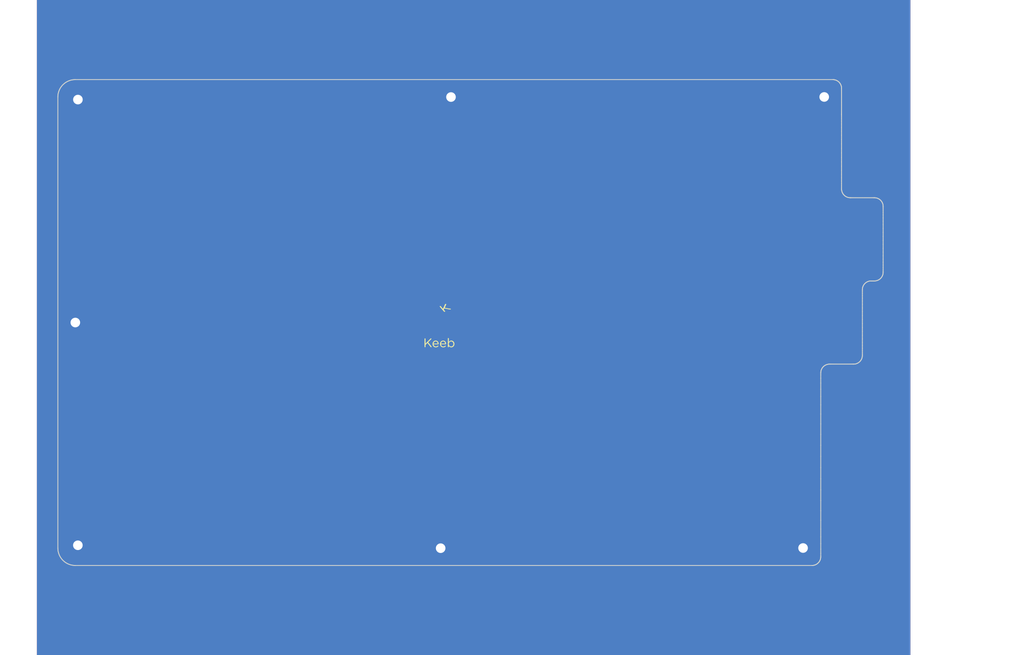
<source format=kicad_pcb>
(kicad_pcb (version 20221018) (generator pcbnew)
  (layers (0 "F.Cu" signal) (31 "B.Cu" signal) (34 "B.Paste" user) (35 "F.Paste" user) (36 "B.SilkS" user "B.Silkscreen") (37 "F.SilkS" user "F.Silkscreen") (38 "B.Mask" user) (39 "F.Mask" user) (44 "Edge.Cuts" user))
  (net 0 "")
  (net 1 "GND")
  (footprint "Keebio-Art:Keebio-TwoTone" (layer "F.Cu") (at 107.525 73.86)
    (fp_text reference "G***" hide)
    (fp_text value "LOGO" hide)
  )
  (footprint "Keebio-Parts:SolidCopper" (layer "F.Cu") (at 114.002248 75.009312)
    (fp_text reference "U3" hide)
    (fp_text value "HOLE")
    (pad "1" smd rect (at 0 0) (size 200 150) (layers "F.Cu" "F.Paste" "F.Mask"))
    (pad "1" smd rect (at 0 0) (size 200 150) (layers "B.Cu" "B.Paste" "B.Mask"))
  )
  (footprint "Mounting_Holes:MountingHole_2.2mm_M2" (layer "B.Cu") (at 194.27 22.21 180)
    (fp_text reference "REF**" hide)
    (fp_text value "MountingHole_2.2mm_M2" hide)
    (pad "" np_thru_hole circle (at 0 0 180) (size 2.2 2.2) (drill 2.2) (layers "*.Cu" "*.Mask"))
  )
  (footprint "Mounting_Holes:MountingHole_2.2mm_M2" (layer "B.Cu") (at 189.43 125.49 180)
    (fp_text reference "REF**" hide)
    (fp_text value "MountingHole_2.2mm_M2" hide)
    (pad "" np_thru_hole circle (at 0 0 180) (size 2.2 2.2) (drill 2.2) (layers "*.Cu" "*.Mask"))
  )
  (footprint "Mounting_Holes:MountingHole_2.2mm_M2" (layer "B.Cu") (at 106.445 125.53 180)
    (fp_text reference "REF**" hide)
    (fp_text value "MountingHole_2.2mm_M2" hide)
    (pad "" np_thru_hole circle (at 0 0 180) (size 2.2 2.2) (drill 2.2) (layers "*.Cu" "*.Mask"))
  )
  (footprint "Mounting_Holes:MountingHole_2.2mm_M2" (layer "B.Cu") (at 23.38 124.86 180)
    (fp_text reference "REF**" hide)
    (fp_text value "MountingHole_2.2mm_M2" hide)
    (pad "" np_thru_hole circle (at 0 0 180) (size 2.2 2.2) (drill 2.2) (layers "*.Cu" "*.Mask"))
  )
  (footprint "Mounting_Holes:MountingHole_2.2mm_M2" (layer "B.Cu") (at 22.8 73.86 180)
    (fp_text reference "REF**" hide)
    (fp_text value "MountingHole_2.2mm_M2" hide)
    (pad "" np_thru_hole circle (at 0 0 180) (size 2.2 2.2) (drill 2.2) (layers "*.Cu" "*.Mask"))
  )
  (footprint "Mounting_Holes:MountingHole_2.2mm_M2" (layer "B.Cu") (at 23.39 22.81 180)
    (fp_text reference "REF**" hide)
    (fp_text value "MountingHole_2.2mm_M2" hide)
    (pad "" np_thru_hole circle (at 0 0 180) (size 2.2 2.2) (drill 2.2) (layers "*.Cu" "*.Mask"))
  )
  (footprint "Mounting_Holes:MountingHole_2.2mm_M2" (layer "B.Cu") (at 108.815 22.23 180)
    (fp_text reference "REF**" hide)
    (fp_text value "MountingHole_2.2mm_M2" hide)
    (pad "" np_thru_hole circle (at 0 0 180) (size 2.2 2.2) (drill 2.2) (layers "*.Cu" "*.Mask"))
  )
  (gr_line (start 203.016785 66.134634) (end 203.007986 66.267644) (stroke (width 0.2)) (layer "Edge.Cuts"))
  (gr_line (start 19.409287 20.102659) (end 19.307135 20.273775) (stroke (width 0.2)) (layer "Edge.Cuts"))
  (gr_line (start 198.807911 44.676894) (end 198.897906 44.76413) (stroke (width 0.2)) (layer "Edge.Cuts"))
  (gr_line (start 22.581688 18.240555) (end 22.372141 18.257004) (stroke (width 0.2)) (layer "Edge.Cuts"))
  (gr_line (start 204.38673 45.285018) (end 204.673961 45.285018) (stroke (width 0.2)) (layer "Edge.Cuts"))
  (gr_line (start 198.244115 26.060345) (end 198.244115 26.170299) (stroke (width 0.2)) (layer "Edge.Cuts"))
  (gr_line (start 204.740908 64.352545) (end 204.611769 64.374035) (stroke (width 0.2)) (layer "Edge.Cuts"))
  (gr_line (start 203.370754 65.18445) (end 203.301551 65.289536) (stroke (width 0.2)) (layer "Edge.Cuts"))
  (gr_line (start 194.090223 83.948814) (end 194.002988 84.038809) (stroke (width 0.2)) (layer "Edge.Cuts"))
  (gr_line (start 196.856989 18.330665) (end 196.759373 18.302013) (stroke (width 0.2)) (layer "Edge.Cuts"))
  (gr_line (start 203.134485 65.630497) (end 203.093245 65.751786) (stroke (width 0.2)) (layer "Edge.Cuts"))
  (gr_line (start 207.769352 59.351335) (end 207.769352 60.069239) (stroke (width 0.2)) (layer "Edge.Cuts"))
  (gr_line (start 193.456583 127.799178) (end 193.470123 127.695986) (stroke (width 0.2)) (layer "Edge.Cuts"))
  (gr_line (start 198.57259 44.383604) (end 198.644973 44.486351) (stroke (width 0.2)) (layer "Edge.Cuts"))
  (gr_line (start 205.038357 64.335018) (end 205.021273 64.335018) (stroke (width 0.2)) (layer "Edge.Cuts"))
  (gr_line (start 201.207236 83.375105) (end 201.074225 83.383905) (stroke (width 0.2)) (layer "Edge.Cuts"))
  (gr_line (start 20.496331 18.96044) (end 20.336797 19.078596) (stroke (width 0.2)) (layer "Edge.Cuts"))
  (gr_line (start 198.244115 25.463652) (end 198.244115 25.702125) (stroke (width 0.2)) (layer "Edge.Cuts"))
  (gr_line (start 200.2966 83.385018) (end 200.046586 83.385018) (stroke (width 0.2)) (layer "Edge.Cuts"))
  (gr_line (start 195.482096 83.385018) (end 195.347935 83.389446) (stroke (width 0.2)) (layer "Edge.Cuts"))
  (gr_line (start 19.128358 127.088137) (end 19.2134 127.269729) (stroke (width 0.2)) (layer "Edge.Cuts"))
  (gr_line (start 201.590085 83.298644) (end 201.465446 83.332195) (stroke (width 0.2)) (layer "Edge.Cuts"))
  (gr_line (start 193.714156 84.449092) (end 193.658374 84.56284) (stroke (width 0.2)) (layer "Edge.Cuts"))
  (gr_line (start 198.244115 26.170299) (end 198.244115 26.227623) (stroke (width 0.2)) (layer "Edge.Cuts"))
  (gr_line (start 203.091281 45.285018) (end 203.428105 45.285018) (stroke (width 0.2)) (layer "Edge.Cuts"))
  (gr_line (start 207.700733 62.856311) (end 207.663301 62.979311) (stroke (width 0.2)) (layer "Edge.Cuts"))
  (gr_line (start 200.516183 83.385018) (end 200.2966 83.385018) (stroke (width 0.2)) (layer "Edge.Cuts"))
  (gr_line (start 192.630015 129.122282) (end 192.709783 129.063203) (stroke (width 0.2)) (layer "Edge.Cuts"))
  (gr_line (start 198.244115 36.060332) (end 198.244115 37.082325) (stroke (width 0.2)) (layer "Edge.Cuts"))
  (gr_line (start 19.896532 128.242518) (end 20.036621 128.382609) (stroke (width 0.2)) (layer "Edge.Cuts"))
  (gr_line (start 198.244115 43.28501) (end 198.248543 43.419171) (stroke (width 0.2)) (layer "Edge.Cuts"))
  (gr_line (start 198.244115 42.962703) (end 198.244115 43.202115) (stroke (width 0.2)) (layer "Edge.Cuts"))
  (gr_line (start 198.244115 21.736417) (end 198.244115 22.069136) (stroke (width 0.2)) (layer "Edge.Cuts"))
  (gr_line (start 193.921484 84.134114) (end 193.845991 84.23445) (stroke (width 0.2)) (layer "Edge.Cuts"))
  (gr_line (start 199.539595 45.157403) (end 199.660883 45.198644) (stroke (width 0.2)) (layer "Edge.Cuts"))
  (gr_line (start 207.71653 46.826425) (end 207.74211 46.954134) (stroke (width 0.2)) (layer "Edge.Cuts"))
  (gr_line (start 195.71032 83.385018) (end 195.586534 83.385018) (stroke (width 0.2)) (layer "Edge.Cuts"))
  (gr_line (start 204.611769 64.374035) (end 204.48556 64.403635) (stroke (width 0.2)) (layer "Edge.Cuts"))
  (gr_line (start 193.48211 125.745874) (end 193.48211 126.689151) (stroke (width 0.2)) (layer "Edge.Cuts"))
  (gr_line (start 207.769352 51.462583) (end 207.769352 52.318643) (stroke (width 0.2)) (layer "Edge.Cuts"))
  (gr_line (start 199.421937 45.10875) (end 199.539595 45.157403) (stroke (width 0.2)) (layer "Edge.Cuts"))
  (gr_line (start 198.723507 44.584208) (end 198.807911 44.676894) (stroke (width 0.2)) (layer "Edge.Cuts"))
  (gr_line (start 19.409287 127.617339) (end 19.519579 127.782804) (stroke (width 0.2)) (layer "Edge.Cuts"))
  (gr_line (start 22.372141 129.463009) (end 22.581688 129.479458) (stroke (width 0.2)) (layer "Edge.Cuts"))
  (gr_line (start 193.483223 85.317644) (end 193.48211 85.43689) (stroke (width 0.2)) (layer "Edge.Cuts"))
  (gr_line (start 198.244115 41.444494) (end 198.244115 42.06998) (stroke (width 0.2)) (layer "Edge.Cuts"))
  (gr_line (start 198.244115 22.069136) (end 198.244115 22.417768) (stroke (width 0.2)) (layer "Edge.Cuts"))
  (gr_line (start 198.219579 19.920815) (end 198.200864 19.819344) (stroke (width 0.2)) (layer "Edge.Cuts"))
  (gr_line (start 198.244115 28.426971) (end 198.244115 29.198539) (stroke (width 0.2)) (layer "Edge.Cuts"))
  (gr_line (start 198.350163 43.929311) (end 198.395144 44.048819) (stroke (width 0.2)) (layer "Edge.Cuts"))
  (gr_line (start 207.618319 63.098819) (end 207.566067 63.214558) (stroke (width 0.2)) (layer "Edge.Cuts"))
  (gr_line (start 200.550164 45.285018) (end 200.734825 45.285018) (stroke (width 0.2)) (layer "Edge.Cuts"))
  (gr_line (start 198.244115 20.234996) (end 198.244115 20.264168) (stroke (width 0.2)) (layer "Edge.Cuts"))
  (gr_line (start 207.769352 58.568959) (end 207.769352 59.351335) (stroke (width 0.2)) (layer "Edge.Cuts"))
  (gr_line (start 207.368485 63.536351) (end 207.28995 63.634208) (stroke (width 0.2)) (layer "Edge.Cuts"))
  (gr_line (start 207.44087 63.433604) (end 207.368485 63.536351) (stroke (width 0.2)) (layer "Edge.Cuts"))
  (gr_line (start 202.418759 45.285018) (end 202.753329 45.285018) (stroke (width 0.2)) (layer "Edge.Cuts"))
  (gr_line (start 206.533154 45.436047) (end 206.648892 45.488298) (stroke (width 0.2)) (layer "Edge.Cuts"))
  (gr_line (start 192.996447 128.790332) (end 193.05932 128.713667) (stroke (width 0.2)) (layer "Edge.Cuts"))
  (gr_line (start 198.244115 33.978084) (end 198.244115 35.020947) (stroke (width 0.2)) (layer "Edge.Cuts"))
  (gr_line (start 203.006873 71.368643) (end 203.006873 72.258475) (stroke (width 0.2)) (layer "Edge.Cuts"))
  (gr_line (start 207.769352 47.447337) (end 207.769352 47.723139) (stroke (width 0.2)) (layer "Edge.Cuts"))
  (gr_line (start 207.769352 56.859908) (end 207.769352 57.734389) (stroke (width 0.2)) (layer "Edge.Cuts"))
  (gr_line (start 207.769352 62.261838) (end 207.769352 62.33501) (stroke (width 0.2)) (layer "Edge.Cuts"))
  (gr_line (start 205.42307 64.335018) (end 205.376433 64.335018) (stroke (width 0.2)) (layer "Edge.Cuts"))
  (gr_line (start 204.48556 64.403635) (end 204.362561 64.441065) (stroke (width 0.2)) (layer "Edge.Cuts"))
  (gr_line (start 191.996378 129.417999) (end 192.093994 129.389346) (stroke (width 0.2)) (layer "Edge.Cuts"))
  (gr_line (start 206.76058 45.54754) (end 206.867938 45.613493) (stroke (width 0.2)) (layer "Edge.Cuts"))
  (gr_line (start 203.759294 45.285018) (end 204.080338 45.285018) (stroke (width 0.2)) (layer "Edge.Cuts"))
  (gr_line (start 207.769352 60.710389) (end 207.769352 61.262504) (stroke (width 0.2)) (layer "Edge.Cuts"))
  (gr_line (start 19.763478 128.09567) (end 19.896532 128.242518) (stroke (width 0.2)) (layer "Edge.Cuts"))
  (gr_line (start 207.769352 62.05051) (end 207.769352 62.261838) (stroke (width 0.2)) (layer "Edge.Cuts"))
  (gr_line (start 198.244115 20.234996) (end 198.241343 20.128779) (stroke (width 0.2)) (layer "Edge.Cuts"))
  (gr_line (start 205.3756 45.285018) (end 205.541101 45.285018) (stroke (width 0.2)) (layer "Edge.Cuts"))
  (gr_line (start 198.248543 43.419171) (end 198.261643 43.550961) (stroke (width 0.2)) (layer "Edge.Cuts"))
  (gr_line (start 193.48211 122.940377) (end 193.48211 124.484831) (stroke (width 0.2)) (layer "Edge.Cuts"))
  (gr_line (start 204.362561 64.441065) (end 204.243053 64.486047) (stroke (width 0.2)) (layer "Edge.Cuts"))
  (gr_line (start 205.089168 64.335018) (end 205.061196 64.335018) (stroke (width 0.2)) (layer "Edge.Cuts"))
  (gr_line (start 198.244115 39.018491) (end 198.244115 39.904837) (stroke (width 0.2)) (layer "Edge.Cuts"))
  (gr_line (start 19.2134 127.269729) (end 19.307135 127.446222) (stroke (width 0.2)) (layer "Edge.Cuts"))
  (gr_line (start 198.497852 83.385018) (end 198.15993 83.385018) (stroke (width 0.2)) (layer "Edge.Cuts"))
  (gr_line (start 203.527751 64.988809) (end 203.446247 65.084114) (stroke (width 0.2)) (layer "Edge.Cuts"))
  (gr_line (start 20.336797 19.078596) (end 20.183468 19.20434) (stroke (width 0.2)) (layer "Edge.Cuts"))
  (gr_line (start 196.577385 83.385018) (end 196.313847 83.385018) (stroke (width 0.2)) (layer "Edge.Cuts"))
  (gr_line (start 18.98546 126.710759) (end 19.052286 126.901721) (stroke (width 0.2)) (layer "Edge.Cuts"))
  (gr_line (start 18.816145 21.813019) (end 18.799695 22.022567) (stroke (width 0.2)) (layer "Edge.Cuts"))
  (gr_line (start 206.413645 45.391065) (end 206.533154 45.436047) (stroke (width 0.2)) (layer "Edge.Cuts"))
  (gr_line (start 198.244115 38.073016) (end 198.244115 39.018491) (stroke (width 0.2)) (layer "Edge.Cuts"))
  (gr_line (start 207.769352 55.957795) (end 207.769352 56.859908) (stroke (width 0.2)) (layer "Edge.Cuts"))
  (gr_line (start 198.312732 43.806311) (end 198.350163 43.929311) (stroke (width 0.2)) (layer "Edge.Cuts"))
  (gr_line (start 205.158022 64.335018) (end 205.121651 64.335018) (stroke (width 0.2)) (layer "Edge.Cuts"))
  (gr_line (start 205.121651 64.335018) (end 205.089168 64.335018) (stroke (width 0.2)) (layer "Edge.Cuts"))
  (gr_line (start 196.55829 18.259546) (end 196.455098 18.246007) (stroke (width 0.2)) (layer "Edge.Cuts"))
  (gr_line (start 199.198633 44.990334) (end 199.30819 45.052967) (stroke (width 0.2)) (layer "Edge.Cuts"))
  (gr_line (start 192.786449 129.00033) (end 192.859873 128.933802) (stroke (width 0.2)) (layer "Edge.Cuts"))
  (gr_line (start 20.183468 19.20434) (end 20.036621 19.337395) (stroke (width 0.2)) (layer "Edge.Cuts"))
  (gr_line (start 207.769352 60.069239) (end 207.769352 60.710389) (stroke (width 0.2)) (layer "Edge.Cuts"))
  (gr_line (start 198.244115 42.580687) (end 198.244115 42.962703) (stroke (width 0.2)) (layer "Edge.Cuts"))
  (gr_line (start 193.568481 84.801786) (end 193.534931 84.926425) (stroke (width 0.2)) (layer "Edge.Cuts"))
  (gr_line (start 201.337736 83.357776) (end 201.207236 83.375105) (stroke (width 0.2)) (layer "Edge.Cuts"))
  (gr_line (start 203.006873 80.763305) (end 203.006873 81.10051) (stroke (width 0.2)) (layer "Edge.Cuts"))
  (gr_line (start 205.836704 64.333905) (end 205.768405 64.335018) (stroke (width 0.2)) (layer "Edge.Cuts"))
  (gr_line (start 194.490865 83.64754) (end 194.383509 83.713493) (stroke (width 0.2)) (layer "Edge.Cuts"))
  (gr_line (start 204.673961 45.285018) (end 204.937522 45.285018) (stroke (width 0.2)) (layer "Edge.Cuts"))
  (gr_line (start 192.282682 129.317896) (end 192.373478 129.275374) (stroke (width 0.2)) (layer "Edge.Cuts"))
  (gr_line (start 194.002988 84.038809) (end 193.921484 84.134114) (stroke (width 0.2)) (layer "Edge.Cuts"))
  (gr_line (start 202.855841 82.148819) (end 202.803588 82.264558) (stroke (width 0.2)) (layer "Edge.Cuts"))
  (gr_line (start 203.006873 68.9509) (end 203.006873 69.702575) (stroke (width 0.2)) (layer "Edge.Cuts"))
  (gr_line (start 194.383509 83.713493) (end 194.280763 83.785876) (stroke (width 0.2)) (layer "Edge.Cuts"))
  (gr_line (start 207.474668 46.239536) (end 207.537301 46.349092) (stroke (width 0.2)) (layer "Edge.Cuts"))
  (gr_line (start 198.115045 19.526637) (end 198.077008 19.43343) (stroke (width 0.2)) (layer "Edge.Cuts"))
  (gr_line (start 207.537301 46.349092) (end 207.593084 46.46284) (stroke (width 0.2)) (layer "Edge.Cuts"))
  (gr_line (start 194.280763 83.785876) (end 194.182908 83.86441) (stroke (width 0.2)) (layer "Edge.Cuts"))
  (gr_line (start 203.006873 78.401335) (end 203.006873 79.119239) (stroke (width 0.2)) (layer "Edge.Cuts"))
  (gr_line (start 203.908272 64.663493) (end 203.805526 64.735876) (stroke (width 0.2)) (layer "Edge.Cuts"))
  (gr_line (start 193.776788 84.339536) (end 193.714156 84.449092) (stroke (width 0.2)) (layer "Edge.Cuts"))
  (gr_line (start 200.700829 83.385018) (end 200.516183 83.385018) (stroke (width 0.2)) (layer "Edge.Cuts"))
  (gr_line (start 207.329969 46.034114) (end 207.405464 46.13445) (stroke (width 0.2)) (layer "Edge.Cuts"))
  (gr_line (start 191.481113 129.485003) (end 191.58733 129.482231) (stroke (width 0.2)) (layer "Edge.Cuts"))
  (gr_line (start 198.244115 20.348419) (end 198.244115 20.482853) (stroke (width 0.2)) (layer "Edge.Cuts"))
  (gr_line (start 198.077008 19.43343) (end 198.034486 19.342635) (stroke (width 0.2)) (layer "Edge.Cuts"))
  (gr_line (start 193.48211 104.504252) (end 193.48211 107.079298) (stroke (width 0.2)) (layer "Edge.Cuts"))
  (gr_line (start 205.376433 64.335018) (end 205.329951 64.335018) (stroke (width 0.2)) (layer "Edge.Cuts"))
  (gr_line (start 19.307135 20.273775) (end 19.2134 20.450267) (stroke (width 0.2)) (layer "Edge.Cuts"))
  (gr_line (start 203.006873 81.38501) (end 203.002445 81.519171) (stroke (width 0.2)) (layer "Edge.Cuts"))
  (gr_line (start 203.006873 66.773139) (end 203.006873 67.168677) (stroke (width 0.2)) (layer "Edge.Cuts"))
  (gr_line (start 206.919905 63.97113) (end 206.814818 64.040334) (stroke (width 0.2)) (layer "Edge.Cuts"))
  (gr_line (start 196.759373 18.302013) (end 196.659761 18.278261) (stroke (width 0.2)) (layer "Edge.Cuts"))
  (gr_line (start 19.128358 20.631859) (end 19.052286 20.818273) (stroke (width 0.2)) (layer "Edge.Cuts"))
  (gr_line (start 207.161228 45.848814) (end 207.248464 45.938809) (stroke (width 0.2)) (layer "Edge.Cuts"))
  (gr_line (start 205.010566 64.335018) (end 205.006859 64.335018) (stroke (width 0.2)) (layer "Edge.Cuts"))
  (gr_line (start 193.48211 97.071116) (end 193.48211 99.465808) (stroke (width 0.2)) (layer "Edge.Cuts"))
  (gr_line (start 203.006873 74.090332) (end 203.006873 75.007795) (stroke (width 0.2)) (layer "Edge.Cuts"))
  (gr_line (start 197.045677 18.402114) (end 196.95247 18.364078) (stroke (width 0.2)) (layer "Edge.Cuts"))
  (gr_line (start 191.58733 129.482231) (end 191.692103 129.474006) (stroke (width 0.2)) (layer "Edge.Cuts"))
  (gr_line (start 19.763478 19.624332) (end 19.637735 19.777661) (stroke (width 0.2)) (layer "Edge.Cuts"))
  (gr_line (start 205.903505 45.289446) (end 206.035296 45.302545) (stroke (width 0.2)) (layer "Edge.Cuts"))
  (gr_line (start 203.006873 76.784389) (end 203.006873 77.618959) (stroke (width 0.2)) (layer "Edge.Cuts"))
  (gr_line (start 18.880651 126.316301) (end 18.928156 126.515527) (stroke (width 0.2)) (layer "Edge.Cuts"))
  (gr_line (start 195.875806 83.385018) (end 195.71032 83.385018) (stroke (width 0.2)) (layer "Edge.Cuts"))
  (gr_line (start 202.678391 82.483604) (end 202.606007 82.586351) (stroke (width 0.2)) (layer "Edge.Cuts"))
  (gr_line (start 193.48211 121.146862) (end 193.48211 122.940377) (stroke (width 0.2)) (layer "Edge.Cuts"))
  (gr_line (start 198.233118 20.024006) (end 198.219579 19.920815) (stroke (width 0.2)) (layer "Edge.Cuts"))
  (gr_line (start 192.929919 128.863756) (end 192.996447 128.790332) (stroke (width 0.2)) (layer "Edge.Cuts"))
  (gr_line (start 194.182908 83.86441) (end 194.090223 83.948814) (stroke (width 0.2)) (layer "Edge.Cuts"))
  (gr_line (start 202.989345 81.650961) (end 202.967855 81.780102) (stroke (width 0.2)) (layer "Edge.Cuts"))
  (gr_line (start 22.794122 129.485003) (end 191.481113 129.485003) (stroke (width 0.2)) (layer "Edge.Cuts"))
  (gr_line (start 204.872698 64.339446) (end 204.740908 64.352545) (stroke (width 0.2)) (layer "Edge.Cuts"))
  (gr_line (start 19.519579 19.937196) (end 19.409287 20.102659) (stroke (width 0.2)) (layer "Edge.Cuts"))
  (gr_line (start 202.257764 82.945635) (end 202.157427 83.02113) (stroke (width 0.2)) (layer "Edge.Cuts"))
  (gr_line (start 193.478347 127.591213) (end 193.48112 127.484996) (stroke (width 0.2)) (layer "Edge.Cuts"))
  (gr_line (start 202.803588 82.264558) (end 202.744345 82.376246) (stroke (width 0.2)) (layer "Edge.Cuts"))
  (gr_line (start 21.0094 129.065749) (end 21.19099 129.150792) (stroke (width 0.2)) (layer "Edge.Cuts"))
  (gr_line (start 199.913231 45.257776) (end 200.043731 45.275105) (stroke (width 0.2)) (layer "Edge.Cuts"))
  (gr_line (start 202.744345 82.376246) (end 202.678391 82.483604) (stroke (width 0.2)) (layer "Edge.Cuts"))
  (gr_line (start 207.769352 54.119798) (end 207.769352 55.040332) (stroke (width 0.2)) (layer "Edge.Cuts"))
  (gr_line (start 207.769352 53.208475) (end 207.769352 54.119798) (stroke (width 0.2)) (layer "Edge.Cuts"))
  (gr_line (start 202.157427 83.02113) (end 202.052339 83.090334) (stroke (width 0.2)) (layer "Edge.Cuts"))
  (gr_line (start 198.244115 20.482853) (end 198.244115 20.662575) (stroke (width 0.2)) (layer "Edge.Cuts"))
  (gr_line (start 203.006873 69.702575) (end 203.006873 70.512583) (stroke (width 0.2)) (layer "Edge.Cuts"))
  (gr_line (start 207.205545 63.726894) (end 207.115549 63.81413) (stroke (width 0.2)) (layer "Edge.Cuts"))
  (gr_line (start 207.769352 61.713305) (end 207.769352 62.05051) (stroke (width 0.2)) (layer "Edge.Cuts"))
  (gr_line (start 206.70526 64.102967) (end 206.591512 64.15875) (stroke (width 0.2)) (layer "Edge.Cuts"))
  (gr_line (start 207.769352 48.118677) (end 207.769352 48.62167) (stroke (width 0.2)) (layer "Edge.Cuts"))
  (gr_line (start 22.165759 129.435931) (end 22.372141 129.463009) (stroke (width 0.2)) (layer "Edge.Cuts"))
  (gr_line (start 206.227924 64.282195) (end 206.100214 64.307776) (stroke (width 0.2)) (layer "Edge.Cuts"))
  (gr_line (start 198.447396 44.164558) (end 198.506638 44.276246) (stroke (width 0.2)) (layer "Edge.Cuts"))
  (gr_line (start 198.244115 22.417768) (end 198.244115 22.777415) (stroke (width 0.2)) (layer "Edge.Cuts"))
  (gr_line (start 200.043731 45.275105) (end 200.176741 45.283905) (stroke (width 0.2)) (layer "Edge.Cuts"))
  (gr_line (start 198.244115 22.777415) (end 198.244115 23.143183) (stroke (width 0.2)) (layer "Edge.Cuts"))
  (gr_line (start 198.244115 20.662575) (end 198.244115 20.882688) (stroke (width 0.2)) (layer "Edge.Cuts"))
  (gr_line (start 200.25091 45.285018) (end 200.303698 45.285018) (stroke (width 0.2)) (layer "Edge.Cuts"))
  (gr_line (start 198.644973 44.486351) (end 198.723507 44.584208) (stroke (width 0.2)) (layer "Edge.Cuts"))
  (gr_line (start 206.290645 45.353635) (end 206.413645 45.391065) (stroke (width 0.2)) (layer "Edge.Cuts"))
  (gr_line (start 198.283132 43.680102) (end 198.312732 43.806311) (stroke (width 0.2)) (layer "Edge.Cuts"))
  (gr_line (start 204.127316 64.538298) (end 204.015629 64.59754) (stroke (width 0.2)) (layer "Edge.Cuts"))
  (gr_line (start 198.200864 19.819344) (end 198.177111 19.719732) (stroke (width 0.2)) (layer "Edge.Cuts"))
  (gr_line (start 199.77065 83.385018) (end 199.473301 83.385018) (stroke (width 0.2)) (layer "Edge.Cuts"))
  (gr_line (start 203.006873 67.67167) (end 203.006873 68.269838) (stroke (width 0.2)) (layer "Edge.Cuts"))
  (gr_line (start 198.506638 44.276246) (end 198.57259 44.383604) (stroke (width 0.2)) (layer "Edge.Cuts"))
  (gr_line (start 193.534931 84.926425) (end 193.509351 85.054134) (stroke (width 0.2)) (layer "Edge.Cuts"))
  (gr_line (start 200.176741 45.283905) (end 200.25091 45.285018) (stroke (width 0.2)) (layer "Edge.Cuts"))
  (gr_line (start 19.896532 19.477484) (end 19.763478 19.624332) (stroke (width 0.2)) (layer "Edge.Cuts"))
  (gr_line (start 203.183137 65.51284) (end 203.134485 65.630497) (stroke (width 0.2)) (layer "Edge.Cuts"))
  (gr_line (start 19.052286 20.818273) (end 18.98546 21.009235) (stroke (width 0.2)) (layer "Edge.Cuts"))
  (gr_line (start 207.248464 45.938809) (end 207.329969 46.034114) (stroke (width 0.2)) (layer "Edge.Cuts"))
  (gr_line (start 197.622868 18.786201) (end 197.549444 18.719674) (stroke (width 0.2)) (layer "Edge.Cuts"))
  (gr_line (start 195.508957 83.385018) (end 195.482096 83.385018) (stroke (width 0.2)) (layer "Edge.Cuts"))
  (gr_line (start 193.48211 126.689151) (end 193.48211 127.280309) (stroke (width 0.2)) (layer "Edge.Cuts"))
  (gr_line (start 207.751824 62.600961) (end 207.730334 62.730102) (stroke (width 0.2)) (layer "Edge.Cuts"))
  (gr_line (start 206.164436 45.324035) (end 206.290645 45.353635) (stroke (width 0.2)) (layer "Edge.Cuts"))
  (gr_line (start 197.759442 18.929669) (end 197.692914 18.856246) (stroke (width 0.2)) (layer "Edge.Cuts"))
  (gr_line (start 207.769352 47.723139) (end 207.769352 48.118677) (stroke (width 0.2)) (layer "Edge.Cuts"))
  (gr_line (start 198.993211 44.845635) (end 199.093547 44.92113) (stroke (width 0.2)) (layer "Edge.Cuts"))
  (gr_line (start 203.428105 45.285018) (end 203.759294 45.285018) (stroke (width 0.2)) (layer "Edge.Cuts"))
  (gr_line (start 19.307135 127.446222) (end 19.409287 127.617339) (stroke (width 0.2)) (layer "Edge.Cuts"))
  (gr_line (start 199.785522 45.232195) (end 199.913231 45.257776) (stroke (width 0.2)) (layer "Edge.Cuts"))
  (gr_line (start 198.244115 43.202115) (end 198.244115 43.28501) (stroke (width 0.2)) (layer "Edge.Cuts"))
  (gr_line (start 20.661794 128.86986) (end 20.832909 128.972013) (stroke (width 0.2)) (layer "Edge.Cuts"))
  (gr_line (start 195.087005 83.424035) (end 194.960796 83.453635) (stroke (width 0.2)) (layer "Edge.Cuts"))
  (gr_line (start 194.71829 83.536047) (end 194.602552 83.588298) (stroke (width 0.2)) (layer "Edge.Cuts"))
  (gr_line (start 203.301551 65.289536) (end 203.238919 65.399092) (stroke (width 0.2)) (layer "Edge.Cuts"))
  (gr_line (start 193.48211 99.465808) (end 193.48211 101.954971) (stroke (width 0.2)) (layer "Edge.Cuts"))
  (gr_line (start 201.204463 45.285018) (end 201.480422 45.285018) (stroke (width 0.2)) (layer "Edge.Cuts"))
  (gr_line (start 207.641737 46.580497) (end 207.682978 46.701786) (stroke (width 0.2)) (layer "Edge.Cuts"))
  (gr_line (start 21.568364 129.293692) (end 21.763594 129.350996) (stroke (width 0.2)) (layer "Edge.Cuts"))
  (gr_line (start 18.98546 21.009235) (end 18.928156 21.204466) (stroke (width 0.2)) (layer "Edge.Cuts"))
  (gr_line (start 201.074225 83.383905) (end 201.000057 83.385018) (stroke (width 0.2)) (layer "Edge.Cuts"))
  (gr_line (start 201.777797 45.285018) (end 202.092079 45.285018) (stroke (width 0.2)) (layer "Edge.Cuts"))
  (gr_line (start 197.987618 19.254389) (end 197.936541 19.168832) (stroke (width 0.2)) (layer "Edge.Cuts"))
  (gr_line (start 205.514323 64.335018) (end 205.469241 64.335018) (stroke (width 0.2)) (layer "Edge.Cuts"))
  (gr_line (start 198.244115 24.89246) (end 198.244115 25.192132) (stroke (width 0.2)) (layer "Edge.Cuts"))
  (gr_line (start 19.637735 19.777661) (end 19.519579 19.937196) (stroke (width 0.2)) (layer "Edge.Cuts"))
  (gr_line (start 203.006873 79.119239) (end 203.006873 79.760389) (stroke (width 0.2)) (layer "Edge.Cuts"))
  (gr_line (start 203.059694 65.876425) (end 203.034114 66.004134) (stroke (width 0.2)) (layer "Edge.Cuts"))
  (gr_line (start 203.707671 64.81441) (end 203.614986 64.898814) (stroke (width 0.2)) (layer "Edge.Cuts"))
  (gr_line (start 18.843222 126.113358) (end 18.880651 126.316301) (stroke (width 0.2)) (layer "Edge.Cuts"))
  (gr_line (start 207.020242 63.895635) (end 206.919905 63.97113) (stroke (width 0.2)) (layer "Edge.Cuts"))
  (gr_line (start 202.753329 45.285018) (end 203.091281 45.285018) (stroke (width 0.2)) (layer "Edge.Cuts"))
  (gr_line (start 193.845991 84.23445) (end 193.776788 84.339536) (stroke (width 0.2)) (layer "Edge.Cuts"))
  (gr_line (start 193.414116 128.000261) (end 193.437868 127.900649) (stroke (width 0.2)) (layer "Edge.Cuts"))
  (gr_line (start 196.313847 83.385018) (end 196.078485 83.385018) (stroke (width 0.2)) (layer "Edge.Cuts"))
  (gr_line (start 206.867938 45.613493) (end 206.970685 45.685876) (stroke (width 0.2)) (layer "Edge.Cuts"))
  (gr_line (start 203.006873 77.618959) (end 203.006873 78.401335) (stroke (width 0.2)) (layer "Edge.Cuts"))
  (gr_line (start 198.244115 27.749313) (end 198.244115 28.426971) (stroke (width 0.2)) (layer "Edge.Cuts"))
  (gr_line (start 198.244115 39.904837) (end 198.244115 40.718142) (stroke (width 0.2)) (layer "Edge.Cuts"))
  (gr_line (start 205.021273 64.335018) (end 205.010566 64.335018) (stroke (width 0.2)) (layer "Edge.Cuts"))
  (gr_line (start 205.061196 64.335018) (end 205.038357 64.335018) (stroke (width 0.2)) (layer "Edge.Cuts"))
  (gr_line (start 205.19766 64.335018) (end 205.158022 64.335018) (stroke (width 0.2)) (layer "Edge.Cuts"))
  (gr_line (start 205.636814 64.335018) (end 205.598732 64.335018) (stroke (width 0.2)) (layer "Edge.Cuts"))
  (gr_line (start 205.727108 64.335018) (end 205.701624 64.335018) (stroke (width 0.2)) (layer "Edge.Cuts"))
  (gr_line (start 194.602552 83.588298) (end 194.490865 83.64754) (stroke (width 0.2)) (layer "Edge.Cuts"))
  (gr_line (start 203.006873 81.10051) (end 203.006873 81.311838) (stroke (width 0.2)) (layer "Edge.Cuts"))
  (gr_line (start 18.880651 21.403692) (end 18.843222 21.606635) (stroke (width 0.2)) (layer "Edge.Cuts"))
  (gr_line (start 18.928156 126.515527) (end 18.98546 126.710759) (stroke (width 0.2)) (layer "Edge.Cuts"))
  (gr_line (start 203.034114 66.004134) (end 203.016785 66.134634) (stroke (width 0.2)) (layer "Edge.Cuts"))
  (gr_line (start 200.303698 45.285018) (end 200.404951 45.285018) (stroke (width 0.2)) (layer "Edge.Cuts"))
  (gr_line (start 206.970685 45.685876) (end 207.068542 45.76441) (stroke (width 0.2)) (layer "Edge.Cuts"))
  (gr_line (start 198.244115 20.264168) (end 198.244115 20.348419) (stroke (width 0.2)) (layer "Edge.Cuts"))
  (gr_line (start 204.080338 45.285018) (end 204.38673 45.285018) (stroke (width 0.2)) (layer "Edge.Cuts"))
  (gr_line (start 207.769352 61.262504) (end 207.769352 61.713305) (stroke (width 0.2)) (layer "Edge.Cuts"))
  (gr_line (start 192.373478 129.275374) (end 192.461724 129.228506) (stroke (width 0.2)) (layer "Edge.Cuts"))
  (gr_line (start 207.769352 52.318643) (end 207.769352 53.208475) (stroke (width 0.2)) (layer "Edge.Cuts"))
  (gr_line (start 203.006873 66.353552) (end 203.006873 66.497337) (stroke (width 0.2)) (layer "Edge.Cuts"))
  (gr_line (start 198.261643 43.550961) (end 198.283132 43.680102) (stroke (width 0.2)) (layer "Edge.Cuts"))
  (gr_line (start 202.092079 45.285018) (end 202.418759 45.285018) (stroke (width 0.2)) (layer "Edge.Cuts"))
  (gr_line (start 197.549444 18.719674) (end 197.472778 18.656802) (stroke (width 0.2)) (layer "Edge.Cuts"))
  (gr_line (start 207.682978 46.701786) (end 207.71653 46.826425) (stroke (width 0.2)) (layer "Edge.Cuts"))
  (gr_line (start 198.244115 27.179478) (end 198.244115 27.749313) (stroke (width 0.2)) (layer "Edge.Cuts"))
  (gr_line (start 202.900823 82.029311) (end 202.855841 82.148819) (stroke (width 0.2)) (layer "Edge.Cuts"))
  (gr_line (start 199.30819 45.052967) (end 199.421937 45.10875) (stroke (width 0.2)) (layer "Edge.Cuts"))
  (gr_line (start 205.469241 64.335018) (end 205.42307 64.335018) (stroke (width 0.2)) (layer "Edge.Cuts"))
  (gr_line (start 198.244115 26.256031) (end 198.244115 26.418924) (stroke (width 0.2)) (layer "Edge.Cuts"))
  (gr_line (start 207.730334 62.730102) (end 207.700733 62.856311) (stroke (width 0.2)) (layer "Edge.Cuts"))
  (gr_line (start 207.74211 46.954134) (end 207.75944 47.084634) (stroke (width 0.2)) (layer "Edge.Cuts"))
  (gr_line (start 203.006873 72.258475) (end 203.006873 73.169798) (stroke (width 0.2)) (layer "Edge.Cuts"))
  (gr_line (start 198.244115 26.731377) (end 198.244115 27.179478) (stroke (width 0.2)) (layer "Edge.Cuts"))
  (gr_line (start 193.385463 128.097877) (end 193.414116 128.000261) (stroke (width 0.2)) (layer "Edge.Cuts"))
  (gr_line (start 196.659761 18.278261) (end 196.55829 18.259546) (stroke (width 0.2)) (layer "Edge.Cuts"))
  (gr_line (start 198.244115 20.882688) (end 198.244115 21.138296) (stroke (width 0.2)) (layer "Edge.Cuts"))
  (gr_line (start 193.48211 124.484831) (end 193.48211 125.745874) (stroke (width 0.2)) (layer "Edge.Cuts"))
  (gr_line (start 198.244115 24.569532) (end 198.244115 24.89246) (stroke (width 0.2)) (layer "Edge.Cuts"))
  (gr_line (start 193.48211 86.610619) (end 193.48211 87.717073) (stroke (width 0.2)) (layer "Edge.Cuts"))
  (gr_line (start 203.006873 80.312504) (end 203.006873 80.763305) (stroke (width 0.2)) (layer "Edge.Cuts"))
  (gr_line (start 197.310278 18.542578) (end 197.22472 18.491503) (stroke (width 0.2)) (layer "Edge.Cuts"))
  (gr_line (start 205.284247 64.335018) (end 205.239942 64.335018) (stroke (width 0.2)) (layer "Edge.Cuts"))
  (gr_line (start 203.093245 65.751786) (end 203.059694 65.876425) (stroke (width 0.2)) (layer "Edge.Cuts"))
  (gr_line (start 193.48211 107.079298) (end 193.48211 109.645755) (stroke (width 0.2)) (layer "Edge.Cuts"))
  (gr_line (start 207.769352 49.219838) (end 207.769352 49.9009) (stroke (width 0.2)) (layer "Edge.Cuts"))
  (gr_line (start 195.347935 83.389446) (end 195.216145 83.402545) (stroke (width 0.2)) (layer "Edge.Cuts"))
  (gr_line (start 203.006873 70.512583) (end 203.006873 71.368643) (stroke (width 0.2)) (layer "Edge.Cuts"))
  (gr_line (start 198.15993 83.385018) (end 197.823134 83.385018) (stroke (width 0.2)) (layer "Edge.Cuts"))
  (gr_line (start 193.48211 89.124115) (end 193.48211 90.797394) (stroke (width 0.2)) (layer "Edge.Cuts"))
  (gr_line (start 199.660883 45.198644) (end 199.785522 45.232195) (stroke (width 0.2)) (layer "Edge.Cuts"))
  (gr_line (start 196.350325 18.237783) (end 196.244108 18.235011) (stroke (width 0.2)) (layer "Edge.Cuts"))
  (gr_line (start 207.768239 47.217644) (end 207.769352 47.303552) (stroke (width 0.2)) (layer "Edge.Cuts"))
  (gr_line (start 197.170957 83.385018) (end 196.864591 83.385018) (stroke (width 0.2)) (layer "Edge.Cuts"))
  (gr_line (start 198.395144 44.048819) (end 198.447396 44.164558) (stroke (width 0.2)) (layer "Edge.Cuts"))
  (gr_line (start 207.769352 57.734389) (end 207.769352 58.568959) (stroke (width 0.2)) (layer "Edge.Cuts"))
  (gr_line (start 198.244115 23.510174) (end 198.244115 23.873493) (stroke (width 0.2)) (layer "Edge.Cuts"))
  (gr_line (start 203.002445 81.519171) (end 202.989345 81.650961) (stroke (width 0.2)) (layer "Edge.Cuts"))
  (gr_line (start 207.663301 62.979311) (end 207.618319 63.098819) (stroke (width 0.2)) (layer "Edge.Cuts"))
  (gr_line (start 199.159046 83.385018) (end 198.832394 83.385018) (stroke (width 0.2)) (layer "Edge.Cuts"))
  (gr_line (start 21.568364 18.42632) (end 21.377404 18.493146) (stroke (width 0.2)) (layer "Edge.Cuts"))
  (gr_line (start 198.244115 23.143183) (end 198.244115 23.510174) (stroke (width 0.2)) (layer "Edge.Cuts"))
  (gr_line (start 198.177111 19.719732) (end 198.148458 19.622117) (stroke (width 0.2)) (layer "Edge.Cuts"))
  (gr_line (start 205.769345 45.285018) (end 205.903505 45.289446) (stroke (width 0.2)) (layer "Edge.Cuts"))
  (gr_line (start 198.244115 37.082325) (end 198.244115 38.073016) (stroke (width 0.2)) (layer "Edge.Cuts"))
  (gr_line (start 202.967855 81.780102) (end 202.938254 81.906311) (stroke (width 0.2)) (layer "Edge.Cuts"))
  (gr_line (start 193.492022 85.184634) (end 193.483223 85.317644) (stroke (width 0.2)) (layer "Edge.Cuts"))
  (gr_line (start 204.937522 45.285018) (end 205.172904 45.285018) (stroke (width 0.2)) (layer "Edge.Cuts"))
  (gr_line (start 18.799695 22.022567) (end 18.794151 22.235003) (stroke (width 0.2)) (layer "Edge.Cuts"))
  (gr_line (start 198.034486 19.342635) (end 197.987618 19.254389) (stroke (width 0.2)) (layer "Edge.Cuts"))
  (gr_line (start 207.769352 48.62167) (end 207.769352 49.219838) (stroke (width 0.2)) (layer "Edge.Cuts"))
  (gr_line (start 207.115549 63.81413) (end 207.020242 63.895635) (stroke (width 0.2)) (layer "Edge.Cuts"))
  (gr_line (start 22.794122 18.235011) (end 22.581688 18.240555) (stroke (width 0.2)) (layer "Edge.Cuts"))
  (gr_line (start 19.052286 126.901721) (end 19.128358 127.088137) (stroke (width 0.2)) (layer "Edge.Cuts"))
  (gr_line (start 202.052339 83.090334) (end 201.942782 83.152967) (stroke (width 0.2)) (layer "Edge.Cuts"))
  (gr_line (start 196.95247 18.364078) (end 196.856989 18.330665) (stroke (width 0.2)) (layer "Edge.Cuts"))
  (gr_line (start 206.648892 45.488298) (end 206.76058 45.54754) (stroke (width 0.2)) (layer "Edge.Cuts"))
  (gr_line (start 205.671319 64.335018) (end 205.636814 64.335018) (stroke (width 0.2)) (layer "Edge.Cuts"))
  (gr_line (start 197.39301 18.597724) (end 197.310278 18.542578) (stroke (width 0.2)) (layer "Edge.Cuts"))
  (gr_line (start 205.006859 64.335018) (end 204.872698 64.339446) (stroke (width 0.2)) (layer "Edge.Cuts"))
  (gr_line (start 22.165759 18.284082) (end 21.962818 18.321511) (stroke (width 0.2)) (layer "Edge.Cuts"))
  (gr_line (start 205.541101 45.285018) (end 205.664897 45.285018) (stroke (width 0.2)) (layer "Edge.Cuts"))
  (gr_line (start 198.244115 26.227623) (end 198.244115 26.256031) (stroke (width 0.2)) (layer "Edge.Cuts"))
  (gr_line (start 207.769352 47.303552) (end 207.769352 47.447337) (stroke (width 0.2)) (layer "Edge.Cuts"))
  (gr_line (start 21.0094 18.65426) (end 20.832909 18.747995) (stroke (width 0.2)) (layer "Edge.Cuts"))
  (gr_line (start 193.48211 85.839107) (end 193.48211 86.610619) (stroke (width 0.2)) (layer "Edge.Cuts"))
  (gr_line (start 193.352049 128.193358) (end 193.385463 128.097877) (stroke (width 0.2)) (layer "Edge.Cuts"))
  (gr_line (start 198.244115 26.418924) (end 198.244115 26.731377) (stroke (width 0.2)) (layer "Edge.Cuts"))
  (gr_line (start 197.881394 19.086101) (end 197.822315 19.006334) (stroke (width 0.2)) (layer "Edge.Cuts"))
  (gr_line (start 21.763594 129.350996) (end 21.962818 129.398501) (stroke (width 0.2)) (layer "Edge.Cuts"))
  (gr_line (start 192.547283 129.177429) (end 192.630015 129.122282) (stroke (width 0.2)) (layer "Edge.Cuts"))
  (gr_line (start 191.795295 129.460467) (end 191.896766 129.441752) (stroke (width 0.2)) (layer "Edge.Cuts"))
  (gr_line (start 207.405464 46.13445) (end 207.474668 46.239536) (stroke (width 0.2)) (layer "Edge.Cuts"))
  (gr_line (start 193.509351 85.054134) (end 193.492022 85.184634) (stroke (width 0.2)) (layer "Edge.Cuts"))
  (gr_line (start 207.068542 45.76441) (end 207.161228 45.848814) (stroke (width 0.2)) (layer "Edge.Cuts"))
  (gr_line (start 193.48211 87.717073) (end 193.48211 89.124115) (stroke (width 0.2)) (layer "Edge.Cuts"))
  (gr_line (start 193.314012 128.286565) (end 193.352049 128.193358) (stroke (width 0.2)) (layer "Edge.Cuts"))
  (gr_line (start 199.093547 44.92113) (end 199.198633 44.990334) (stroke (width 0.2)) (layer "Edge.Cuts"))
  (gr_line (start 19.2134 20.450267) (end 19.128358 20.631859) (stroke (width 0.2)) (layer "Edge.Cuts"))
  (gr_line (start 193.05932 128.713667) (end 193.118399 128.633899) (stroke (width 0.2)) (layer "Edge.Cuts"))
  (gr_line (start 21.377404 129.226865) (end 21.568364 129.293692) (stroke (width 0.2)) (layer "Edge.Cuts"))
  (gr_line (start 193.48211 119.138642) (end 193.48211 121.146862) (stroke (width 0.2)) (layer "Edge.Cuts"))
  (gr_line (start 193.118399 128.633899) (end 193.173546 128.551166) (stroke (width 0.2)) (layer "Edge.Cuts"))
  (gr_line (start 201.711374 83.257403) (end 201.590085 83.298644) (stroke (width 0.2)) (layer "Edge.Cuts"))
  (gr_line (start 205.664897 45.285018) (end 205.742481 45.285018) (stroke (width 0.2)) (layer "Edge.Cuts"))
  (gr_line (start 202.443066 82.776894) (end 202.35307 82.86413) (stroke (width 0.2)) (layer "Edge.Cuts"))
  (gr_line (start 193.173546 128.551166) (end 193.224622 128.465608) (stroke (width 0.2)) (layer "Edge.Cuts"))
  (gr_line (start 203.006873 81.311838) (end 203.006873 81.38501) (stroke (width 0.2)) (layer "Edge.Cuts"))
  (gr_line (start 203.006873 67.168677) (end 203.006873 67.67167) (stroke (width 0.2)) (layer "Edge.Cuts"))
  (gr_line (start 204.015629 64.59754) (end 203.908272 64.663493) (stroke (width 0.2)) (layer "Edge.Cuts"))
  (gr_line (start 198.244115 25.702125) (end 198.244115 25.902655) (stroke (width 0.2)) (layer "Edge.Cuts"))
  (gr_line (start 20.336797 128.641409) (end 20.496331 128.759567) (stroke (width 0.2)) (layer "Edge.Cuts"))
  (gr_line (start 207.28995 63.634208) (end 207.205545 63.726894) (stroke (width 0.2)) (layer "Edge.Cuts"))
  (gr_line (start 197.822315 19.006334) (end 197.759442 18.929669) (stroke (width 0.2)) (layer "Edge.Cuts"))
  (gr_line (start 198.244115 24.228244) (end 198.244115 24.569532) (stroke (width 0.2)) (layer "Edge.Cuts"))
  (gr_line (start 192.461724 129.228506) (end 192.547283 129.177429) (stroke (width 0.2)) (layer "Edge.Cuts"))
  (gr_line (start 193.48211 109.645755) (end 193.48211 112.169271) (stroke (width 0.2)) (layer "Edge.Cuts"))
  (gr_line (start 205.329951 64.335018) (end 205.284247 64.335018) (stroke (width 0.2)) (layer "Edge.Cuts"))
  (gr_line (start 19.637735 127.942339) (end 19.763478 128.09567) (stroke (width 0.2)) (layer "Edge.Cuts"))
  (gr_line (start 196.864591 83.385018) (end 196.577385 83.385018) (stroke (width 0.2)) (layer "Edge.Cuts"))
  (gr_line (start 18.794151 125.484989) (end 18.794151 22.235003) (stroke (width 0.2)) (layer "Edge.Cuts"))
  (gr_line (start 207.764923 62.469171) (end 207.751824 62.600961) (stroke (width 0.2)) (layer "Edge.Cuts"))
  (gr_line (start 202.606007 82.586351) (end 202.527472 82.684208) (stroke (width 0.2)) (layer "Edge.Cuts"))
  (gr_line (start 194.960796 83.453635) (end 194.837798 83.491065) (stroke (width 0.2)) (layer "Edge.Cuts"))
  (gr_line (start 203.805526 64.735876) (end 203.707671 64.81441) (stroke (width 0.2)) (layer "Edge.Cuts"))
  (gr_line (start 206.591512 64.15875) (end 206.473853 64.207403) (stroke (width 0.2)) (layer "Edge.Cuts"))
  (gr_line (start 205.172904 45.285018) (end 205.3756 45.285018) (stroke (width 0.2)) (layer "Edge.Cuts"))
  (gr_line (start 20.661794 18.850147) (end 20.496331 18.96044) (stroke (width 0.2)) (layer "Edge.Cuts"))
  (gr_line (start 20.832909 18.747995) (end 20.661794 18.850147) (stroke (width 0.2)) (layer "Edge.Cuts"))
  (gr_line (start 201.829033 83.20875) (end 201.711374 83.257403) (stroke (width 0.2)) (layer "Edge.Cuts"))
  (gr_line (start 200.734825 45.285018) (end 200.954428 45.285018) (stroke (width 0.2)) (layer "Edge.Cuts"))
  (gr_line (start 198.244115 42.06998) (end 198.244115 42.580687) (stroke (width 0.2)) (layer "Edge.Cuts"))
  (gr_line (start 21.962818 18.321511) (end 21.763594 18.369016) (stroke (width 0.2)) (layer "Edge.Cuts"))
  (gr_line (start 207.75944 47.084634) (end 207.768239 47.217644) (stroke (width 0.2)) (layer "Edge.Cuts"))
  (gr_line (start 193.609722 84.680497) (end 193.568481 84.801786) (stroke (width 0.2)) (layer "Edge.Cuts"))
  (gr_line (start 18.799695 125.697425) (end 18.816145 125.906974) (stroke (width 0.2)) (layer "Edge.Cuts"))
  (gr_line (start 198.832394 83.385018) (end 198.497852 83.385018) (stroke (width 0.2)) (layer "Edge.Cuts"))
  (gr_line (start 193.48211 101.954971) (end 193.48211 104.504252) (stroke (width 0.2)) (layer "Edge.Cuts"))
  (gr_line (start 202.938254 81.906311) (end 202.900823 82.029311) (stroke (width 0.2)) (layer "Edge.Cuts"))
  (gr_line (start 203.446247 65.084114) (end 203.370754 65.18445) (stroke (width 0.2)) (layer "Edge.Cuts"))
  (gr_line (start 198.897906 44.76413) (end 198.993211 44.845635) (stroke (width 0.2)) (layer "Edge.Cuts"))
  (gr_line (start 205.969714 64.325105) (end 205.836704 64.333905) (stroke (width 0.2)) (layer "Edge.Cuts"))
  (gr_line (start 193.658374 84.56284) (end 193.609722 84.680497) (stroke (width 0.2)) (layer "Edge.Cuts"))
  (gr_line (start 192.189474 129.355933) (end 192.282682 129.317896) (stroke (width 0.2)) (layer "Edge.Cuts"))
  (gr_line (start 206.473853 64.207403) (end 206.352564 64.248644) (stroke (width 0.2)) (layer "Edge.Cuts"))
  (gr_line (start 193.48211 114.615493) (end 193.48211 116.950067) (stroke (width 0.2)) (layer "Edge.Cuts"))
  (gr_line (start 21.19099 18.569218) (end 21.0094 18.65426) (stroke (width 0.2)) (layer "Edge.Cuts"))
  (gr_line (start 196.455098 18.246007) (end 196.350325 18.237783) (stroke (width 0.2)) (layer "Edge.Cuts"))
  (gr_line (start 198.244115 40.718142) (end 198.244115 41.444494) (stroke (width 0.2)) (layer "Edge.Cuts"))
  (gr_line (start 201.480422 45.285018) (end 201.777797 45.285018) (stroke (width 0.2)) (layer "Edge.Cuts"))
  (gr_line (start 20.036621 128.382609) (end 20.183468 128.515665) (stroke (width 0.2)) (layer "Edge.Cuts"))
  (gr_line (start 207.769352 49.9009) (end 207.769352 50.652575) (stroke (width 0.2)) (layer "Edge.Cuts"))
  (gr_line (start 207.769352 62.33501) (end 207.764923 62.469171) (stroke (width 0.2)) (layer "Edge.Cuts"))
  (gr_line (start 19.519579 127.782804) (end 19.637735 127.942339) (stroke (width 0.2)) (layer "Edge.Cuts"))
  (gr_line (start 192.709783 129.063203) (end 192.786449 129.00033) (stroke (width 0.2)) (layer "Edge.Cuts"))
  (gr_line (start 206.352564 64.248644) (end 206.227924 64.282195) (stroke (width 0.2)) (layer "Edge.Cuts"))
  (gr_line (start 205.557694 64.335018) (end 205.514323 64.335018) (stroke (width 0.2)) (layer "Edge.Cuts"))
  (gr_line (start 203.006873 66.497337) (end 203.006873 66.773139) (stroke (width 0.2)) (layer "Edge.Cuts"))
  (gr_line (start 20.183468 128.515665) (end 20.336797 128.641409) (stroke (width 0.2)) (layer "Edge.Cuts"))
  (gr_line (start 203.006873 79.760389) (end 203.006873 80.312504) (stroke (width 0.2)) (layer "Edge.Cuts"))
  (gr_line (start 193.224622 128.465608) (end 193.271491 128.377361) (stroke (width 0.2)) (layer "Edge.Cuts"))
  (gr_line (start 193.271491 128.377361) (end 193.314012 128.286565) (stroke (width 0.2)) (layer "Edge.Cuts"))
  (gr_line (start 22.581688 129.479458) (end 22.794122 129.485003) (stroke (width 0.2)) (layer "Edge.Cuts"))
  (gr_line (start 203.006873 68.269838) (end 203.006873 68.9509) (stroke (width 0.2)) (layer "Edge.Cuts"))
  (gr_line (start 22.372141 18.257004) (end 22.165759 18.284082) (stroke (width 0.2)) (layer "Edge.Cuts"))
  (gr_line (start 198.244115 30.050104) (end 198.244115 30.967753) (stroke (width 0.2)) (layer "Edge.Cuts"))
  (gr_line (start 205.239942 64.335018) (end 205.19766 64.335018) (stroke (width 0.2)) (layer "Edge.Cuts"))
  (gr_line (start 205.76112 64.335018) (end 205.747147 64.335018) (stroke (width 0.2)) (layer "Edge.Cuts"))
  (gr_line (start 198.244115 21.138296) (end 198.244115 21.424505) (stroke (width 0.2)) (layer "Edge.Cuts"))
  (gr_line (start 207.769352 50.652575) (end 207.769352 51.462583) (stroke (width 0.2)) (layer "Edge.Cuts"))
  (gr_line (start 206.814818 64.040334) (end 206.70526 64.102967) (stroke (width 0.2)) (layer "Edge.Cuts"))
  (gr_line (start 18.928156 21.204466) (end 18.880651 21.403692) (stroke (width 0.2)) (layer "Edge.Cuts"))
  (gr_line (start 195.586534 83.385018) (end 195.508957 83.385018) (stroke (width 0.2)) (layer "Edge.Cuts"))
  (gr_line (start 198.244115 32.945656) (end 198.244115 33.978084) (stroke (width 0.2)) (layer "Edge.Cuts"))
  (gr_line (start 193.48211 112.169271) (end 193.48211 114.615493) (stroke (width 0.2)) (layer "Edge.Cuts"))
  (gr_line (start 197.472778 18.656802) (end 197.39301 18.597724) (stroke (width 0.2)) (layer "Edge.Cuts"))
  (gr_line (start 198.244115 31.937575) (end 198.244115 32.945656) (stroke (width 0.2)) (layer "Edge.Cuts"))
  (gr_line (start 201.000057 83.385018) (end 200.947274 83.385018) (stroke (width 0.2)) (layer "Edge.Cuts"))
  (gr_line (start 203.614986 64.898814) (end 203.527751 64.988809) (stroke (width 0.2)) (layer "Edge.Cuts"))
  (gr_line (start 18.816145 125.906974) (end 18.843222 126.113358) (stroke (width 0.2)) (layer "Edge.Cuts"))
  (gr_line (start 21.763594 18.369016) (end 21.568364 18.42632) (stroke (width 0.2)) (layer "Edge.Cuts"))
  (gr_line (start 195.216145 83.402545) (end 195.087005 83.424035) (stroke (width 0.2)) (layer "Edge.Cuts"))
  (gr_line (start 20.036621 19.337395) (end 19.896532 19.477484) (stroke (width 0.2)) (layer "Edge.Cuts"))
  (gr_line (start 198.148458 19.622117) (end 198.115045 19.526637) (stroke (width 0.2)) (layer "Edge.Cuts"))
  (gr_line (start 205.598732 64.335018) (end 205.557694 64.335018) (stroke (width 0.2)) (layer "Edge.Cuts"))
  (gr_line (start 21.377404 18.493146) (end 21.19099 18.569218) (stroke (width 0.2)) (layer "Edge.Cuts"))
  (gr_line (start 202.527472 82.684208) (end 202.443066 82.776894) (stroke (width 0.2)) (layer "Edge.Cuts"))
  (gr_line (start 192.859873 128.933802) (end 192.929919 128.863756) (stroke (width 0.2)) (layer "Edge.Cuts"))
  (gr_line (start 21.19099 129.150792) (end 21.377404 129.226865) (stroke (width 0.2)) (layer "Edge.Cuts"))
  (gr_line (start 198.241343 20.128779) (end 198.233118 20.024006) (stroke (width 0.2)) (layer "Edge.Cuts"))
  (gr_line (start 203.006873 75.909908) (end 203.006873 76.784389) (stroke (width 0.2)) (layer "Edge.Cuts"))
  (gr_line (start 196.244108 18.235011) (end 22.794122 18.235011) (stroke (width 0.2)) (layer "Edge.Cuts"))
  (gr_line (start 202.35307 82.86413) (end 202.257764 82.945635) (stroke (width 0.2)) (layer "Edge.Cuts"))
  (gr_line (start 206.035296 45.302545) (end 206.164436 45.324035) (stroke (width 0.2)) (layer "Edge.Cuts"))
  (gr_line (start 193.437868 127.900649) (end 193.456583 127.799178) (stroke (width 0.2)) (layer "Edge.Cuts"))
  (gr_line (start 198.244115 35.020947) (end 198.244115 36.060332) (stroke (width 0.2)) (layer "Edge.Cuts"))
  (gr_line (start 21.962818 129.398501) (end 22.165759 129.435931) (stroke (width 0.2)) (layer "Edge.Cuts"))
  (gr_line (start 203.006873 73.169798) (end 203.006873 74.090332) (stroke (width 0.2)) (layer "Edge.Cuts"))
  (gr_line (start 18.794151 125.484989) (end 18.799695 125.697425) (stroke (width 0.2)) (layer "Edge.Cuts"))
  (gr_line (start 198.244115 25.902655) (end 198.244115 26.060345) (stroke (width 0.2)) (layer "Edge.Cuts"))
  (gr_line (start 193.48211 90.797394) (end 193.48211 92.702556) (stroke (width 0.2)) (layer "Edge.Cuts"))
  (gr_line (start 200.046586 83.385018) (end 199.77065 83.385018) (stroke (width 0.2)) (layer "Edge.Cuts"))
  (gr_line (start 204.243053 64.486047) (end 204.127316 64.538298) (stroke (width 0.2)) (layer "Edge.Cuts"))
  (gr_line (start 203.238919 65.399092) (end 203.183137 65.51284) (stroke (width 0.2)) (layer "Edge.Cuts"))
  (gr_line (start 200.947274 83.385018) (end 200.846029 83.385018) (stroke (width 0.2)) (layer "Edge.Cuts"))
  (gr_line (start 207.593084 46.46284) (end 207.641737 46.580497) (stroke (width 0.2)) (layer "Edge.Cuts"))
  (gr_line (start 193.48211 92.702556) (end 193.48211 94.805247) (stroke (width 0.2)) (layer "Edge.Cuts"))
  (gr_line (start 206.100214 64.307776) (end 205.969714 64.325105) (stroke (width 0.2)) (layer "Edge.Cuts"))
  (gr_line (start 193.48211 127.280309) (end 193.48211 127.484996) (stroke (width 0.2)) (layer "Edge.Cuts"))
  (gr_line (start 193.48211 94.805247) (end 193.48211 97.071116) (stroke (width 0.2)) (layer "Edge.Cuts"))
  (gr_line (start 20.832909 128.972013) (end 21.0094 129.065749) (stroke (width 0.2)) (layer "Edge.Cuts"))
  (gr_line (start 192.093994 129.389346) (end 192.189474 129.355933) (stroke (width 0.2)) (layer "Edge.Cuts"))
  (gr_line (start 197.692914 18.856246) (end 197.622868 18.786201) (stroke (width 0.2)) (layer "Edge.Cuts"))
  (gr_line (start 205.742481 45.285018) (end 205.769345 45.285018) (stroke (width 0.2)) (layer "Edge.Cuts"))
  (gr_line (start 200.954428 45.285018) (end 201.204463 45.285018) (stroke (width 0.2)) (layer "Edge.Cuts"))
  (gr_line (start 203.006873 75.007795) (end 203.006873 75.909908) (stroke (width 0.2)) (layer "Edge.Cuts"))
  (gr_line (start 198.244115 23.873493) (end 198.244115 24.228244) (stroke (width 0.2)) (layer "Edge.Cuts"))
  (gr_line (start 200.404951 45.285018) (end 200.550164 45.285018) (stroke (width 0.2)) (layer "Edge.Cuts"))
  (gr_line (start 201.465446 83.332195) (end 201.337736 83.357776) (stroke (width 0.2)) (layer "Edge.Cuts"))
  (gr_line (start 207.506823 63.326246) (end 207.44087 63.433604) (stroke (width 0.2)) (layer "Edge.Cuts"))
  (gr_line (start 191.692103 129.474006) (end 191.795295 129.460467) (stroke (width 0.2)) (layer "Edge.Cuts"))
  (gr_line (start 205.768405 64.335018) (end 205.76112 64.335018) (stroke (width 0.2)) (layer "Edge.Cuts"))
  (gr_line (start 205.701624 64.335018) (end 205.671319 64.335018) (stroke (width 0.2)) (layer "Edge.Cuts"))
  (gr_line (start 198.244115 29.198539) (end 198.244115 30.050104) (stroke (width 0.2)) (layer "Edge.Cuts"))
  (gr_line (start 18.843222 21.606635) (end 18.816145 21.813019) (stroke (width 0.2)) (layer "Edge.Cuts"))
  (gr_line (start 197.136473 18.444635) (end 197.045677 18.402114) (stroke (width 0.2)) (layer "Edge.Cuts"))
  (gr_line (start 197.823134 83.385018) (end 197.491974 83.385018) (stroke (width 0.2)) (layer "Edge.Cuts"))
  (gr_line (start 203.007986 66.267644) (end 203.006873 66.353552) (stroke (width 0.2)) (layer "Edge.Cuts"))
  (gr_line (start 207.769352 55.040332) (end 207.769352 55.957795) (stroke (width 0.2)) (layer "Edge.Cuts"))
  (gr_line (start 20.496331 128.759567) (end 20.661794 128.86986) (stroke (width 0.2)) (layer "Edge.Cuts"))
  (gr_line (start 201.942782 83.152967) (end 201.829033 83.20875) (stroke (width 0.2)) (layer "Edge.Cuts"))
  (gr_line (start 197.491974 83.385018) (end 197.170957 83.385018) (stroke (width 0.2)) (layer "Edge.Cuts"))
  (gr_line (start 198.244115 25.192132) (end 198.244115 25.463652) (stroke (width 0.2)) (layer "Edge.Cuts"))
  (gr_line (start 191.896766 129.441752) (end 191.996378 129.417999) (stroke (width 0.2)) (layer "Edge.Cuts"))
  (gr_line (start 199.473301 83.385018) (end 199.159046 83.385018) (stroke (width 0.2)) (layer "Edge.Cuts"))
  (gr_line (start 197.936541 19.168832) (end 197.881394 19.086101) (stroke (width 0.2)) (layer "Edge.Cuts"))
  (gr_line (start 194.837798 83.491065) (end 194.71829 83.536047) (stroke (width 0.2)) (layer "Edge.Cuts"))
  (gr_line (start 207.566067 63.214558) (end 207.506823 63.326246) (stroke (width 0.2)) (layer "Edge.Cuts"))
  (gr_line (start 196.078485 83.385018) (end 195.875806 83.385018) (stroke (width 0.2)) (layer "Edge.Cuts"))
  (gr_line (start 193.48211 85.43689) (end 193.48211 85.839107) (stroke (width 0.2)) (layer "Edge.Cuts"))
  (gr_line (start 200.846029 83.385018) (end 200.700829 83.385018) (stroke (width 0.2)) (layer "Edge.Cuts"))
  (gr_line (start 197.22472 18.491503) (end 197.136473 18.444635) (stroke (width 0.2)) (layer "Edge.Cuts"))
  (gr_line (start 198.244115 21.424505) (end 198.244115 21.736417) (stroke (width 0.2)) (layer "Edge.Cuts"))
  (gr_line (start 193.48211 116.950067) (end 193.48211 119.138642) (stroke (width 0.2)) (layer "Edge.Cuts"))
  (gr_line (start 193.470123 127.695986) (end 193.478347 127.591213) (stroke (width 0.2)) (layer "Edge.Cuts"))
  (gr_line (start 198.244115 30.967753) (end 198.244115 31.937575) (stroke (width 0.2)) (layer "Edge.Cuts"))
  (gr_line (start 205.747147 64.335018) (end 205.727108 64.335018) (stroke (width 0.2)) (layer "Edge.Cuts"))
)
</source>
